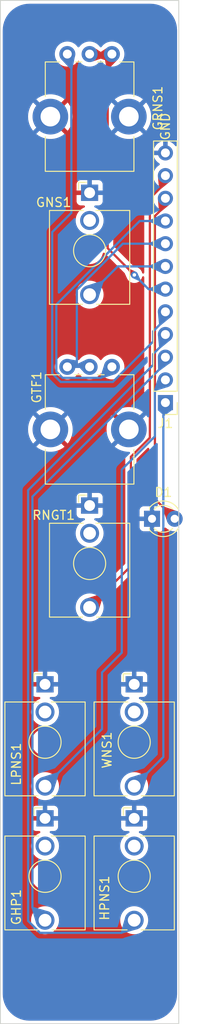
<source format=kicad_pcb>
(kicad_pcb (version 20221018) (generator pcbnew)
  (layers (0 "F.Cu" signal) (31 "B.Cu" signal) (34 "B.Paste" user) (35 "F.Paste" user) (36 "B.SilkS" user "B.Silkscreen") (37 "F.SilkS" user "F.Silkscreen") (38 "B.Mask" user) (39 "F.Mask" user) (44 "Edge.Cuts" user))
  (net 0 "")
  (net 1 "GND")
  (net 2 "WNS")
  (net 3 "LPNS")
  (net 4 "GHP")
  (net 5 "HPNS")
  (net 6 "GRNS1")
  (net 7 "GRNS2")
  (net 8 "GNS")
  (net 9 "GTF2")
  (net 10 "GTF1")
  (net 11 "LEDA")
  (net 12 "RNGT")
  (footprint "Library:Jack_3.5mm_QingPu_WQP-PJ398SM_Vertical_CircularHoles" (layer "F.Cu") (at 15 105)
    (fp_text reference "HPNS1" (at -3.316 2.442 -90) (layer "F.SilkS"))
    (fp_text value "AudioJack2")
    (fp_line (start -4.5 -4.5) (end -4.5 6) (stroke (width 0.12)) (layer "F.SilkS"))
    (fp_line (start -1.23 -7.65) (end -1.23 -6.85) (stroke (width 0.12)) (layer "F.SilkS"))
    (fp_line (start -1.23 -7.65) (end -0.37 -7.65) (stroke (width 0.12)) (layer "F.SilkS"))
    (fp_line (start -0.8 6) (end -4.5 6) (stroke (width 0.12)) (layer "F.SilkS"))
    (fp_line (start -0.72 -4.5) (end -4.5 -4.5) (stroke (width 0.12)) (layer "F.SilkS"))
    (fp_line (start 4.5 -4.5) (end 0.72 -4.5) (stroke (width 0.12)) (layer "F.SilkS"))
    (fp_line (start 4.5 -4.5) (end 4.5 6) (stroke (width 0.12)) (layer "F.SilkS"))
    (fp_line (start 4.5 6) (end 0.8 6) (stroke (width 0.12)) (layer "F.SilkS"))
    (fp_circle (center 0 0) (end 1.8 0) (stroke (width 0.12)) (fill none) (layer "F.SilkS"))
    (pad "S" thru_hole rect (at 0 -6.48 180) (size 1.93 1.83) (drill 1.22) (layers "*.Cu" "*.Mask") (net 1 "GND"))
    (pad "T" thru_hole circle (at 0 4.92 180) (size 2.13 2.13) (drill 1.43) (layers "*.Cu" "*.Mask") (net 5 "HPNS"))
    (pad "TN" thru_hole circle (at 0 -3.38 180) (size 2.13 2.13) (drill 1.42) (layers "*.Cu" "*.Mask"))
    (zone (net 0) (net_name "") (layer "F.Cu") (connect_pads (clearance 0)) (min_thickness 0.254)
      (keepout (tracks not_allowed) (vias not_allowed) (pads not_allowed) (copperpour not_allowed) (footprints not_allowed))
      (fill (thermal_gap 0.508) (thermal_bridge_width 0.508))
      (polygon (pts (xy 16.505141 105) (xy 16.48493 104.754171) (xy 16.424841 104.514945) (xy 16.326486 104.288744) (xy 16.192508 104.081645) (xy 16.026504 103.89921) (xy 15.832932 103.746336) (xy 15.616992 103.627131) (xy 15.384482 103.544794) (xy 15.141646 103.501539) (xy 14.895007 103.498525) (xy 14.651187 103.535835) (xy 14.416734 103.612466) (xy 14.197946 103.72636) (xy 14.000697 103.874458) (xy 13.830286 104.052784) (xy 13.691288 104.256548) (xy 13.587436 104.480278) (xy 13.521519 104.717965) (xy 13.495308 104.963226) (xy 13.509507 105.209475) (xy 13.563734 105.450099) (xy 13.656532 105.678634) (xy 13.785411 105.888945) (xy 13.946908 106.075382) (xy 14.136687 106.232939) (xy 14.34965 106.357385) (xy 14.580079 106.445377) (xy 14.821785 106.494553) (xy 15.068278 106.503592) (xy 15.312936 106.47225) (xy 15.549191 106.40137) (xy 15.770697 106.292856) (xy 15.971505 106.149621) (xy 16.146223 105.975512) (xy 16.290158 105.775205) (xy 16.399445 105.554079) (xy 16.471149 105.318074) (xy 16.503344 105.073526)))
    )
  )
  (footprint "Library:Jack_3.5mm_QingPu_WQP-PJ398SM_Vertical_CircularHoles" (layer "F.Cu") (at 10 70)
    (fp_text reference "RNGT1" (at -4.03 -5.4 180) (layer "F.SilkS"))
    (fp_text value "AudioJack2")
    (fp_line (start -4.5 -4.5) (end -4.5 6) (stroke (width 0.12)) (layer "F.SilkS"))
    (fp_line (start -1.23 -7.65) (end -1.23 -6.85) (stroke (width 0.12)) (layer "F.SilkS"))
    (fp_line (start -1.23 -7.65) (end -0.37 -7.65) (stroke (width 0.12)) (layer "F.SilkS"))
    (fp_line (start -0.8 6) (end -4.5 6) (stroke (width 0.12)) (layer "F.SilkS"))
    (fp_line (start -0.72 -4.5) (end -4.5 -4.5) (stroke (width 0.12)) (layer "F.SilkS"))
    (fp_line (start 4.5 -4.5) (end 0.72 -4.5) (stroke (width 0.12)) (layer "F.SilkS"))
    (fp_line (start 4.5 -4.5) (end 4.5 6) (stroke (width 0.12)) (layer "F.SilkS"))
    (fp_line (start 4.5 6) (end 0.8 6) (stroke (width 0.12)) (layer "F.SilkS"))
    (fp_circle (center 0 0) (end 1.8 0) (stroke (width 0.12)) (fill none) (layer "F.SilkS"))
    (pad "S" thru_hole rect (at 0 -6.48 180) (size 1.93 1.83) (drill 1.22) (layers "*.Cu" "*.Mask") (net 1 "GND"))
    (pad "T" thru_hole circle (at 0 4.92 180) (size 2.13 2.13) (drill 1.43) (layers "*.Cu" "*.Mask") (net 12 "RNGT"))
    (pad "TN" thru_hole circle (at 0 -3.38 180) (size 2.13 2.13) (drill 1.42) (layers "*.Cu" "*.Mask"))
    (zone (net 0) (net_name "") (layer "F.Cu") (connect_pads (clearance 0)) (min_thickness 0.254)
      (keepout (tracks not_allowed) (vias not_allowed) (pads not_allowed) (copperpour not_allowed) (footprints not_allowed))
      (fill (thermal_gap 0.508) (thermal_bridge_width 0.508))
      (polygon (pts (xy 11.505141 70) (xy 11.48493 69.754171) (xy 11.424841 69.514945) (xy 11.326486 69.288744) (xy 11.192508 69.081645) (xy 11.026504 68.89921) (xy 10.832932 68.746336) (xy 10.616992 68.627131) (xy 10.384482 68.544794) (xy 10.141646 68.501539) (xy 9.895007 68.498525) (xy 9.651187 68.535835) (xy 9.416734 68.612466) (xy 9.197946 68.72636) (xy 9.000697 68.874458) (xy 8.830286 69.052784) (xy 8.691288 69.256548) (xy 8.587436 69.480278) (xy 8.521519 69.717965) (xy 8.495308 69.963226) (xy 8.509507 70.209475) (xy 8.563734 70.450099) (xy 8.656532 70.678634) (xy 8.785411 70.888945) (xy 8.946908 71.075382) (xy 9.136687 71.232939) (xy 9.34965 71.357385) (xy 9.580079 71.445377) (xy 9.821785 71.494553) (xy 10.068278 71.503592) (xy 10.312936 71.47225) (xy 10.549191 71.40137) (xy 10.770697 71.292856) (xy 10.971505 71.149621) (xy 11.146223 70.975512) (xy 11.290158 70.775205) (xy 11.399445 70.554079) (xy 11.471149 70.318074) (xy 11.503344 70.073526)))
    )
  )
  (footprint "Library:Potentiometer_Bourns_PTV09A-1_Single_Vertical" (layer "F.Cu") (at 10 55)
    (fp_text reference "GTF1" (at -5.936 -4.708 -90) (layer "F.SilkS"))
    (fp_text value "R_Potentiometer_MountingPin")
    (fp_line (start -4.97 -6.12) (end -4.97 -2.255) (stroke (width 0.12)) (layer "F.SilkS"))
    (fp_line (start -4.97 2.255) (end -4.97 6.12) (stroke (width 0.12)) (layer "F.SilkS"))
    (fp_line (start -3.37 -6.12) (end -4.97 -6.12) (stroke (width 0.12)) (layer "F.SilkS"))
    (fp_line (start -0.871 -6.12) (end -1.63 -6.12) (stroke (width 0.12)) (layer "F.SilkS"))
    (fp_line (start 1.629 -6.12) (end 0.87 -6.12) (stroke (width 0.12)) (layer "F.SilkS"))
    (fp_line (start 4.97 -6.12) (end 3.371 -6.12) (stroke (width 0.12)) (layer "F.SilkS"))
    (fp_line (start 4.97 -6.12) (end 4.97 -2.255) (stroke (width 0.12)) (layer "F.SilkS"))
    (fp_line (start 4.97 2.255) (end 4.97 6.12) (stroke (width 0.12)) (layer "F.SilkS"))
    (fp_line (start 4.97 6.12) (end -4.97 6.12) (stroke (width 0.12)) (layer "F.SilkS"))
    (pad "1" thru_hole circle (at -2.5 -7 270) (size 1.8 1.8) (drill 1) (layers "*.Cu" "*.Mask") (net 9 "GTF2"))
    (pad "2" thru_hole circle (at 0 -7 270) (size 1.8 1.8) (drill 1) (layers "*.Cu" "*.Mask") (net 9 "GTF2"))
    (pad "3" thru_hole circle (at 2.5 -7 270) (size 1.8 1.8) (drill 1) (layers "*.Cu" "*.Mask") (net 10 "GTF1"))
    (pad "MP" thru_hole circle (at -4.4 0 270) (size 4 4) (drill 2.2) (layers "*.Cu" "*.Mask") (net 1 "GND"))
    (pad "MP" thru_hole circle (at 4.4 0 270) (size 4 4) (drill 2.2) (layers "*.Cu" "*.Mask") (net 1 "GND"))
  )
  (footprint "Library:Jack_3.5mm_QingPu_WQP-PJ398SM_Vertical_CircularHoles" (layer "F.Cu") (at 10 35)
    (fp_text reference "GNS1" (at -4.03 -5.4 180) (layer "F.SilkS"))
    (fp_text value "AudioJack2")
    (fp_line (start -4.5 -4.5) (end -4.5 6) (stroke (width 0.12)) (layer "F.SilkS"))
    (fp_line (start -1.23 -7.65) (end -1.23 -6.85) (stroke (width 0.12)) (layer "F.SilkS"))
    (fp_line (start -1.23 -7.65) (end -0.37 -7.65) (stroke (width 0.12)) (layer "F.SilkS"))
    (fp_line (start -0.8 6) (end -4.5 6) (stroke (width 0.12)) (layer "F.SilkS"))
    (fp_line (start -0.72 -4.5) (end -4.5 -4.5) (stroke (width 0.12)) (layer "F.SilkS"))
    (fp_line (start 4.5 -4.5) (end 0.72 -4.5) (stroke (width 0.12)) (layer "F.SilkS"))
    (fp_line (start 4.5 -4.5) (end 4.5 6) (stroke (width 0.12)) (layer "F.SilkS"))
    (fp_line (start 4.5 6) (end 0.8 6) (stroke (width 0.12)) (layer "F.SilkS"))
    (fp_circle (center 0 0) (end 1.8 0) (stroke (width 0.12)) (fill none) (layer "F.SilkS"))
    (pad "S" thru_hole rect (at 0 -6.48 180) (size 1.93 1.83) (drill 1.22) (layers "*.Cu" "*.Mask") (net 1 "GND"))
    (pad "T" thru_hole circle (at 0 4.92 180) (size 2.13 2.13) (drill 1.43) (layers "*.Cu" "*.Mask") (net 8 "GNS"))
    (pad "TN" thru_hole circle (at 0 -3.38 180) (size 2.13 2.13) (drill 1.42) (layers "*.Cu" "*.Mask"))
    (zone (net 0) (net_name "") (layer "F.Cu") (connect_pads (clearance 0)) (min_thickness 0.254)
      (keepout (tracks not_allowed) (vias not_allowed) (pads not_allowed) (copperpour not_allowed) (footprints not_allowed))
      (fill (thermal_gap 0.508) (thermal_bridge_width 0.508))
      (polygon (pts (xy 11.505141 35) (xy 11.48493 34.754171) (xy 11.424841 34.514945) (xy 11.326486 34.288744) (xy 11.192508 34.081645) (xy 11.026504 33.89921) (xy 10.832932 33.746336) (xy 10.616992 33.627131) (xy 10.384482 33.544794) (xy 10.141646 33.501539) (xy 9.895007 33.498525) (xy 9.651187 33.535835) (xy 9.416734 33.612466) (xy 9.197946 33.72636) (xy 9.000697 33.874458) (xy 8.830286 34.052784) (xy 8.691288 34.256548) (xy 8.587436 34.480278) (xy 8.521519 34.717965) (xy 8.495308 34.963226) (xy 8.509507 35.209475) (xy 8.563734 35.450099) (xy 8.656532 35.678634) (xy 8.785411 35.888945) (xy 8.946908 36.075382) (xy 9.136687 36.232939) (xy 9.34965 36.357385) (xy 9.580079 36.445377) (xy 9.821785 36.494553) (xy 10.068278 36.503592) (xy 10.312936 36.47225) (xy 10.549191 36.40137) (xy 10.770697 36.292856) (xy 10.971505 36.149621) (xy 11.146223 35.975512) (xy 11.290158 35.775205) (xy 11.399445 35.554079) (xy 11.471149 35.318074) (xy 11.503344 35.073526)))
    )
  )
  (footprint "Library:Jack_3.5mm_QingPu_WQP-PJ398SM_Vertical_CircularHoles" (layer "F.Cu") (at 15 90)
    (fp_text reference "WNS1" (at -3.048 0.886 -90) (layer "F.SilkS"))
    (fp_text value "AudioJack2")
    (fp_line (start -4.5 -4.5) (end -4.5 6) (stroke (width 0.12)) (layer "F.SilkS"))
    (fp_line (start -1.23 -7.65) (end -1.23 -6.85) (stroke (width 0.12)) (layer "F.SilkS"))
    (fp_line (start -1.23 -7.65) (end -0.37 -7.65) (stroke (width 0.12)) (layer "F.SilkS"))
    (fp_line (start -0.8 6) (end -4.5 6) (stroke (width 0.12)) (layer "F.SilkS"))
    (fp_line (start -0.72 -4.5) (end -4.5 -4.5) (stroke (width 0.12)) (layer "F.SilkS"))
    (fp_line (start 4.5 -4.5) (end 0.72 -4.5) (stroke (width 0.12)) (layer "F.SilkS"))
    (fp_line (start 4.5 -4.5) (end 4.5 6) (stroke (width 0.12)) (layer "F.SilkS"))
    (fp_line (start 4.5 6) (end 0.8 6) (stroke (width 0.12)) (layer "F.SilkS"))
    (fp_circle (center 0 0) (end 1.8 0) (stroke (width 0.12)) (fill none) (layer "F.SilkS"))
    (pad "S" thru_hole rect (at 0 -6.48 180) (size 1.93 1.83) (drill 1.22) (layers "*.Cu" "*.Mask") (net 1 "GND"))
    (pad "T" thru_hole circle (at 0 4.92 180) (size 2.13 2.13) (drill 1.43) (layers "*.Cu" "*.Mask") (net 2 "WNS"))
    (pad "TN" thru_hole circle (at 0 -3.38 180) (size 2.13 2.13) (drill 1.42) (layers "*.Cu" "*.Mask"))
    (zone (net 0) (net_name "") (layer "F.Cu") (connect_pads (clearance 0)) (min_thickness 0.254)
      (keepout (tracks not_allowed) (vias not_allowed) (pads not_allowed) (copperpour not_allowed) (footprints not_allowed))
      (fill (thermal_gap 0.508) (thermal_bridge_width 0.508))
      (polygon (pts (xy 16.505141 90) (xy 16.48493 89.754171) (xy 16.424841 89.514945) (xy 16.326486 89.288744) (xy 16.192508 89.081645) (xy 16.026504 88.89921) (xy 15.832932 88.746336) (xy 15.616992 88.627131) (xy 15.384482 88.544794) (xy 15.141646 88.501539) (xy 14.895007 88.498525) (xy 14.651187 88.535835) (xy 14.416734 88.612466) (xy 14.197946 88.72636) (xy 14.000697 88.874458) (xy 13.830286 89.052784) (xy 13.691288 89.256548) (xy 13.587436 89.480278) (xy 13.521519 89.717965) (xy 13.495308 89.963226) (xy 13.509507 90.209475) (xy 13.563734 90.450099) (xy 13.656532 90.678634) (xy 13.785411 90.888945) (xy 13.946908 91.075382) (xy 14.136687 91.232939) (xy 14.34965 91.357385) (xy 14.580079 91.445377) (xy 14.821785 91.494553) (xy 15.068278 91.503592) (xy 15.312936 91.47225) (xy 15.549191 91.40137) (xy 15.770697 91.292856) (xy 15.971505 91.149621) (xy 16.146223 90.975512) (xy 16.290158 90.775205) (xy 16.399445 90.554079) (xy 16.471149 90.318074) (xy 16.503344 90.073526)))
    )
  )
  (footprint "Library:Jack_3.5mm_QingPu_WQP-PJ398SM_Vertical_CircularHoles" (layer "F.Cu") (at 5 90)
    (fp_text reference "LPNS1" (at -3.222 2.456 -90) (layer "F.SilkS"))
    (fp_text value "AudioJack2")
    (fp_line (start -4.5 -4.5) (end -4.5 6) (stroke (width 0.12)) (layer "F.SilkS"))
    (fp_line (start -1.23 -7.65) (end -1.23 -6.85) (stroke (width 0.12)) (layer "F.SilkS"))
    (fp_line (start -1.23 -7.65) (end -0.37 -7.65) (stroke (width 0.12)) (layer "F.SilkS"))
    (fp_line (start -0.8 6) (end -4.5 6) (stroke (width 0.12)) (layer "F.SilkS"))
    (fp_line (start -0.72 -4.5) (end -4.5 -4.5) (stroke (width 0.12)) (layer "F.SilkS"))
    (fp_line (start 4.5 -4.5) (end 0.72 -4.5) (stroke (width 0.12)) (layer "F.SilkS"))
    (fp_line (start 4.5 -4.5) (end 4.5 6) (stroke (width 0.12)) (layer "F.SilkS"))
    (fp_line (start 4.5 6) (end 0.8 6) (stroke (width 0.12)) (layer "F.SilkS"))
    (fp_circle (center 0 0) (end 1.8 0) (stroke (width 0.12)) (fill none) (layer "F.SilkS"))
    (pad "S" thru_hole rect (at 0 -6.48 180) (size 1.93 1.83) (drill 1.22) (layers "*.Cu" "*.Mask") (net 1 "GND"))
    (pad "T" thru_hole circle (at 0 4.92 180) (size 2.13 2.13) (drill 1.43) (layers "*.Cu" "*.Mask") (net 3 "LPNS"))
    (pad "TN" thru_hole circle (at 0 -3.38 180) (size 2.13 2.13) (drill 1.42) (layers "*.Cu" "*.Mask"))
    (zone (net 0) (net_name "") (layer "F.Cu") (connect_pads (clearance 0)) (min_thickness 0.254)
      (keepout (tracks not_allowed) (vias not_allowed) (pads not_allowed) (copperpour not_allowed) (footprints not_allowed))
      (fill (thermal_gap 0.508) (thermal_bridge_width 0.508))
      (polygon (pts (xy 6.505141 90) (xy 6.48493 89.754171) (xy 6.424841 89.514945) (xy 6.326486 89.288744) (xy 6.192508 89.081645) (xy 6.026504 88.89921) (xy 5.832932 88.746336) (xy 5.616992 88.627131) (xy 5.384482 88.544794) (xy 5.141646 88.501539) (xy 4.895007 88.498525) (xy 4.651187 88.535835) (xy 4.416734 88.612466) (xy 4.197946 88.72636) (xy 4.000697 88.874458) (xy 3.830286 89.052784) (xy 3.691288 89.256548) (xy 3.587436 89.480278) (xy 3.521519 89.717965) (xy 3.495308 89.963226) (xy 3.509507 90.209475) (xy 3.563734 90.450099) (xy 3.656532 90.678634) (xy 3.785411 90.888945) (xy 3.946908 91.075382) (xy 4.136687 91.232939) (xy 4.34965 91.357385) (xy 4.580079 91.445377) (xy 4.821785 91.494553) (xy 5.068278 91.503592) (xy 5.312936 91.47225) (xy 5.549191 91.40137) (xy 5.770697 91.292856) (xy 5.971505 91.149621) (xy 6.146223 90.975512) (xy 6.290158 90.775205) (xy 6.399445 90.554079) (xy 6.471149 90.318074) (xy 6.503344 90.073526)))
    )
  )
  (footprint "Library:Jack_3.5mm_QingPu_WQP-PJ398SM_Vertical_CircularHoles" (layer "F.Cu") (at 5 105)
    (fp_text reference "GHP1" (at -3.222 3.458 -90) (layer "F.SilkS"))
    (fp_text value "AudioJack2")
    (fp_line (start -4.5 -4.5) (end -4.5 6) (stroke (width 0.12)) (layer "F.SilkS"))
    (fp_line (start -1.23 -7.65) (end -1.23 -6.85) (stroke (width 0.12)) (layer "F.SilkS"))
    (fp_line (start -1.23 -7.65) (end -0.37 -7.65) (stroke (width 0.12)) (layer "F.SilkS"))
    (fp_line (start -0.8 6) (end -4.5 6) (stroke (width 0.12)) (layer "F.SilkS"))
    (fp_line (start -0.72 -4.5) (end -4.5 -4.5) (stroke (width 0.12)) (layer "F.SilkS"))
    (fp_line (start 4.5 -4.5) (end 0.72 -4.5) (stroke (width 0.12)) (layer "F.SilkS"))
    (fp_line (start 4.5 -4.5) (end 4.5 6) (stroke (width 0.12)) (layer "F.SilkS"))
    (fp_line (start 4.5 6) (end 0.8 6) (stroke (width 0.12)) (layer "F.SilkS"))
    (fp_circle (center 0 0) (end 1.8 0) (stroke (width 0.12)) (fill none) (layer "F.SilkS"))
    (pad "S" thru_hole rect (at 0 -6.48 180) (size 1.93 1.83) (drill 1.22) (layers "*.Cu" "*.Mask") (net 1 "GND"))
    (pad "T" thru_hole circle (at 0 4.92 180) (size 2.13 2.13) (drill 1.43) (layers "*.Cu" "*.Mask") (net 4 "GHP"))
    (pad "TN" thru_hole circle (at 0 -3.38 180) (size 2.13 2.13) (drill 1.42) (layers "*.Cu" "*.Mask"))
    (zone (net 0) (net_name "") (layer "F.Cu") (connect_pads (clearance 0)) (min_thickness 0.254)
      (keepout (tracks not_allowed) (vias not_allowed) (pads not_allowed) (copperpour not_allowed) (footprints not_allowed))
      (fill (thermal_gap 0.508) (thermal_bridge_width 0.508))
      (polygon (pts (xy 6.505141 105) (xy 6.48493 104.754171) (xy 6.424841 104.514945) (xy 6.326486 104.288744) (xy 6.192508 104.081645) (xy 6.026504 103.89921) (xy 5.832932 103.746336) (xy 5.616992 103.627131) (xy 5.384482 103.544794) (xy 5.141646 103.501539) (xy 4.895007 103.498525) (xy 4.651187 103.535835) (xy 4.416734 103.612466) (xy 4.197946 103.72636) (xy 4.000697 103.874458) (xy 3.830286 104.052784) (xy 3.691288 104.256548) (xy 3.587436 104.480278) (xy 3.521519 104.717965) (xy 3.495308 104.963226) (xy 3.509507 105.209475) (xy 3.563734 105.450099) (xy 3.656532 105.678634) (xy 3.785411 105.888945) (xy 3.946908 106.075382) (xy 4.136687 106.232939) (xy 4.34965 106.357385) (xy 4.580079 106.445377) (xy 4.821785 106.494553) (xy 5.068278 106.503592) (xy 5.312936 106.47225) (xy 5.549191 106.40137) (xy 5.770697 106.292856) (xy 5.971505 106.149621) (xy 6.146223 105.975512) (xy 6.290158 105.775205) (xy 6.399445 105.554079) (xy 6.471149 105.318074) (xy 6.503344 105.073526)))
    )
  )
  (footprint "Library:Potentiometer_Bourns_PTV09A-1_Single_Vertical" (layer "F.Cu") (at 10 20)
    (fp_text reference "GRNS1" (at 7.65 -0.95 -90) (layer "F.SilkS"))
    (fp_text value "R_Potentiometer_MountingPin")
    (fp_line (start -4.97 -6.12) (end -4.97 -2.255) (stroke (width 0.12)) (layer "F.SilkS"))
    (fp_line (start -4.97 2.255) (end -4.97 6.12) (stroke (width 0.12)) (layer "F.SilkS"))
    (fp_line (start -3.37 -6.12) (end -4.97 -6.12) (stroke (width 0.12)) (layer "F.SilkS"))
    (fp_line (start -0.871 -6.12) (end -1.63 -6.12) (stroke (width 0.12)) (layer "F.SilkS"))
    (fp_line (start 1.629 -6.12) (end 0.87 -6.12) (stroke (width 0.12)) (layer "F.SilkS"))
    (fp_line (start 4.97 -6.12) (end 3.371 -6.12) (stroke (width 0.12)) (layer "F.SilkS"))
    (fp_line (start 4.97 -6.12) (end 4.97 -2.255) (stroke (width 0.12)) (layer "F.SilkS"))
    (fp_line (start 4.97 2.255) (end 4.97 6.12) (stroke (width 0.12)) (layer "F.SilkS"))
    (fp_line (start 4.97 6.12) (end -4.97 6.12) (stroke (width 0.12)) (layer "F.SilkS"))
    (pad "1" thru_hole circle (at -2.5 -7 270) (size 1.8 1.8) (drill 1) (layers "*.Cu" "*.Mask") (net 6 "GRNS1"))
    (pad "2" thru_hole circle (at 0 -7 270) (size 1.8 1.8) (drill 1) (layers "*.Cu" "*.Mask") (net 7 "GRNS2"))
    (pad "3" thru_hole circle (at 2.5 -7 270) (size 1.8 1.8) (drill 1) (layers "*.Cu" "*.Mask") (net 7 "GRNS2"))
    (pad "MP" thru_hole circle (at -4.4 0 270) (size 4 4) (drill 2.2) (layers "*.Cu" "*.Mask") (net 1 "GND"))
    (pad "MP" thru_hole circle (at 4.4 0 270) (size 4 4) (drill 2.2) (layers "*.Cu" "*.Mask") (net 1 "GND"))
  )
  (footprint "LED_THT:LED_D3.0mm" (layer "F.Cu") (at 17 65)
    (fp_text reference "D1" (at 1.27 -2.96) (layer "F.SilkS"))
    (fp_text value "LED")
    (fp_line (start -0.29 -1.236) (end -0.29 -1.08) (stroke (width 0.12)) (layer "F.SilkS"))
    (fp_line (start -0.29 1.08) (end -0.29 1.236) (stroke (width 0.12)) (layer "F.SilkS"))
    (fp_arc (start -0.29 -1.235516) (mid 1.366487 -1.987659) (end 2.942335 -1.078608) (stroke (width 0.12)) (layer "F.SilkS"))
    (fp_arc (start 0.229039 -1.08) (mid 1.270117 -1.5) (end 2.31113 -1.079837) (stroke (width 0.12)) (layer "F.SilkS"))
    (fp_arc (start 2.31113 1.079837) (mid 1.270117 1.5) (end 0.229039 1.08) (stroke (width 0.12)) (layer "F.SilkS"))
    (fp_arc (start 2.942335 1.078608) (mid 1.366487 1.987659) (end -0.29 1.235516) (stroke (width 0.12)) (layer "F.SilkS"))
    (pad "1" thru_hole rect (at 0 0) (size 1.8 1.8) (drill 0.9) (layers "*.Cu" "*.Mask") (net 1 "GND"))
    (pad "2" thru_hole circle (at 2.54 0) (size 1.8 1.8) (drill 0.9) (layers "*.Cu" "*.Mask") (net 11 "LEDA"))
  )
  (footprint "Connector_PinHeader_2.54mm:PinHeader_1x12_P2.54mm_Vertical" (layer "F.Cu") (at 18.5 52 180)
    (fp_text reference "J1" (at 0 -2.33) (layer "F.SilkS"))
    (fp_text value "Conn_01x12")
    (fp_line (start -1.33 -1.33) (end 0 -1.33) (stroke (width 0.12)) (layer "F.SilkS"))
    (fp_line (start -1.33 0) (end -1.33 -1.33) (stroke (width 0.12)) (layer "F.SilkS"))
    (fp_line (start -1.33 1.27) (end -1.33 29.27) (stroke (width 0.12)) (layer "F.SilkS"))
    (fp_line (start -1.33 1.27) (end 1.33 1.27) (stroke (width 0.12)) (layer "F.SilkS"))
    (fp_line (start -1.33 29.27) (end 1.33 29.27) (stroke (width 0.12)) (layer "F.SilkS"))
    (fp_line (start 1.33 1.27) (end 1.33 29.27) (stroke (width 0.12)) (layer "F.SilkS"))
    (pad "1" thru_hole rect (at 0 0 180) (size 1.7 1.7) (drill 1) (layers "*.Cu" "*.Mask") (net 2 "WNS"))
    (pad "2" thru_hole oval (at 0 2.54 180) (size 1.7 1.7) (drill 1) (layers "*.Cu" "*.Mask") (net 3 "LPNS"))
    (pad "3" thru_hole oval (at 0 5.08 180) (size 1.7 1.7) (drill 1) (layers "*.Cu" "*.Mask") (net 4 "GHP"))
    (pad "4" thru_hole oval (at 0 7.62 180) (size 1.7 1.7) (drill 1) (layers "*.Cu" "*.Mask") (net 5 "HPNS"))
    (pad "5" thru_hole oval (at 0 10.16 180) (size 1.7 1.7) (drill 1) (layers "*.Cu" "*.Mask") (net 6 "GRNS1"))
    (pad "6" thru_hole oval (at 0 12.7 180) (size 1.7 1.7) (drill 1) (layers "*.Cu" "*.Mask") (net 7 "GRNS2"))
    (pad "7" thru_hole oval (at 0 15.24 180) (size 1.7 1.7) (drill 1) (layers "*.Cu" "*.Mask") (net 8 "GNS"))
    (pad "8" thru_hole oval (at 0 17.78 180) (size 1.7 1.7) (drill 1) (layers "*.Cu" "*.Mask") (net 9 "GTF2"))
    (pad "9" thru_hole oval (at 0 20.32 180) (size 1.7 1.7) (drill 1) (layers "*.Cu" "*.Mask") (net 10 "GTF1"))
    (pad "10" thru_hole oval (at 0 22.86 180) (size 1.7 1.7) (drill 1) (layers "*.Cu" "*.Mask") (net 11 "LEDA"))
    (pad "11" thru_hole oval (at 0 25.4 180) (size 1.7 1.7) (drill 1) (layers "*.Cu" "*.Mask") (net 12 "RNGT"))
    (pad "12" thru_hole oval (at 0 27.94 180) (size 1.7 1.7) (drill 1) (layers "*.Cu" "*.Mask") (net 1 "GND"))
  )
  (gr_rect (start 0 7) (end 20 121.5) (stroke (width 0.1)) (fill none) (layer "Edge.Cuts"))
  (gr_text "GND" (at 18.5 22.73 90) (layer "F.SilkS") (effects (font (size 1 1)) (justify left)))
  (segment (start 18.2699 53.407) (end 18.5 53.1769) (width 0.25) (layer "B.Cu") (net 2))
  (segment (start 18.2699 91.6501) (end 18.2699 53.407) (width 0.25) (layer "B.Cu") (net 2))
  (segment (start 15 94.92) (end 18.2699 91.6501) (width 0.25) (layer "B.Cu") (net 2))
  (segment (start 18.5 52) (end 18.5 53.1769) (width 0.25) (layer "B.Cu") (net 2))
  (segment (start 11.3904 82.196) (end 11.3904 88.5296) (width 0.25) (layer "B.Cu") (net 3))
  (segment (start 11.3904 88.5296) (end 5 94.92) (width 0.25) (layer "B.Cu") (net 3))
  (segment (start 13.6096 79.9768) (end 11.3904 82.196) (width 0.25) (layer "B.Cu") (net 3))
  (segment (start 18.5 49.46) (end 17.3231 50.6369) (width 0.25) (layer "B.Cu") (net 3))
  (segment (start 13.6096 59.4904) (end 13.6096 79.9768) (width 0.25) (layer "B.Cu") (net 3))
  (segment (start 17.3231 55.7769) (end 13.6096 59.4904) (width 0.25) (layer "B.Cu") (net 3))
  (segment (start 17.3231 50.6369) (end 17.3231 55.7769) (width 0.25) (layer "B.Cu") (net 3))
  (segment (start 3.5871 108.5071) (end 5 109.92) (width 0.25) (layer "B.Cu") (net 4))
  (segment (start 18.5 46.92) (end 18.5 47.6092) (width 0.25) (layer "B.Cu") (net 4))
  (segment (start 18.5 47.6092) (end 3.5871 62.5221) (width 0.25) (layer "B.Cu") (net 4))
  (segment (start 3.5871 62.5221) (end 3.5871 108.5071) (width 0.25) (layer "B.Cu") (net 4))
  (segment (start 13.5895 111.3305) (end 15 109.92) (width 0.25) (layer "B.Cu") (net 5))
  (segment (start 18.5 45.1911) (end 17.1354 46.5557) (width 0.25) (layer "B.Cu") (net 5))
  (segment (start 4.4388 111.3305) (end 13.5895 111.3305) (width 0.25) (layer "B.Cu") (net 5))
  (segment (start 18.5 44.38) (end 18.5 45.1911) (width 0.25) (layer "B.Cu") (net 5))
  (segment (start 3.1039 109.9956) (end 4.4388 111.3305) (width 0.25) (layer "B.Cu") (net 5))
  (segment (start 17.1354 47.7704) (end 3.1039 61.8019) (width 0.25) (layer "B.Cu") (net 5))
  (segment (start 17.1354 46.5557) (end 17.1354 47.7704) (width 0.25) (layer "B.Cu") (net 5))
  (segment (start 3.1039 61.8019) (end 3.1039 109.9956) (width 0.25) (layer "B.Cu") (net 5))
  (segment (start 7.9536 13.4536) (end 7.5 13) (width 0.25) (layer "B.Cu") (net 6))
  (segment (start 7.9536 30.771) (end 7.9536 13.4536) (width 0.25) (layer "B.Cu") (net 6))
  (segment (start 17.1354 44.0157) (end 17.1354 45.1589) (width 0.25) (layer "B.Cu") (net 6))
  (segment (start 12.6009 49.6934) (end 6.7563 49.6934) (width 0.25) (layer "B.Cu") (net 6))
  (segment (start 5.8023 32.9223) (end 7.9536 30.771) (width 0.25) (layer "B.Cu") (net 6))
  (segment (start 18.5 42.6511) (end 17.1354 44.0157) (width 0.25) (layer "B.Cu") (net 6))
  (segment (start 6.7563 49.6934) (end 5.8023 48.7394) (width 0.25) (layer "B.Cu") (net 6))
  (segment (start 17.1354 45.1589) (end 12.6009 49.6934) (width 0.25) (layer "B.Cu") (net 6))
  (segment (start 18.5 41.84) (end 18.5 42.6511) (width 0.25) (layer "B.Cu") (net 6))
  (segment (start 5.8023 48.7394) (end 5.8023 32.9223) (width 0.25) (layer "B.Cu") (net 6))
  (segment (start 12.5 13) (end 12.2866 13.2134) (width 0.25) (layer "F.Cu") (net 7))
  (segment (start 12.0274 13.2134) (end 12.0274 34.7229) (width 0.25) (layer "F.Cu") (net 7))
  (segment (start 12.0274 13.2134) (end 10.2134 13.2134) (width 0.25) (layer "F.Cu") (net 7))
  (segment (start 10.2134 13.2134) (end 10 13) (width 0.25) (layer "F.Cu") (net 7))
  (segment (start 12.0274 34.7229) (end 15.0174 37.7129) (width 0.25) (layer "F.Cu") (net 7))
  (segment (start 12.2866 13.2134) (end 12.0274 13.2134) (width 0.25) (layer "F.Cu") (net 7))
  (via (at 15.0174 37.7129) (size 0.8) (drill 0.4) (layers "F.Cu" "B.Cu") (net 7))
  (segment (start 16.6045 39.3) (end 18.5 39.3) (width 0.25) (layer "B.Cu") (net 7))
  (segment (start 15.0174 37.7129) (end 16.6045 39.3) (width 0.25) (layer "B.Cu") (net 7))
  (segment (start 13.16 36.76) (end 17.3231 36.76) (width 0.25) (layer "B.Cu") (net 8))
  (segment (start 18.5 36.76) (end 17.3231 36.76) (width 0.25) (layer "B.Cu") (net 8))
  (segment (start 10 39.92) (end 13.16 36.76) (width 0.25) (layer "B.Cu") (net 8))
  (segment (start 13.7248 34.22) (end 18.5 34.22) (width 0.25) (layer "B.Cu") (net 9))
  (segment (start 8.5684 48) (end 8.5684 39.3764) (width 0.25) (layer "B.Cu") (net 9))
  (segment (start 8.5684 48) (end 7.5 48) (width 0.25) (layer "B.Cu") (net 9))
  (segment (start 8.5684 39.3764) (end 13.7248 34.22) (width 0.25) (layer "B.Cu") (net 9))
  (segment (start 10 48) (end 8.5684 48) (width 0.25) (layer "B.Cu") (net 9))
  (segment (start 6.2671 48.5285) (end 6.9679 49.2293) (width 0.25) (layer "B.Cu") (net 10))
  (segment (start 11.2707 49.2293) (end 12.5 48) (width 0.25) (layer "B.Cu") (net 10))
  (segment (start 6.2671 41.0297) (end 6.2671 48.5285) (width 0.25) (layer "B.Cu") (net 10))
  (segment (start 15.6168 31.68) (end 6.2671 41.0297) (width 0.25) (layer "B.Cu") (net 10))
  (segment (start 6.9679 49.2293) (end 11.2707 49.2293) (width 0.25) (layer "B.Cu") (net 10))
  (segment (start 18.5 31.68) (end 15.6168 31.68) (width 0.25) (layer "B.Cu") (net 10))
  (segment (start 17.3231 62.7831) (end 19.54 65) (width 0.25) (layer "F.Cu") (net 11))
  (segment (start 18.5 29.949) (end 17.3231 31.1259) (width 0.25) (layer "F.Cu") (net 11))
  (segment (start 18.5 29.14) (end 18.5 29.949) (width 0.25) (layer "F.Cu") (net 11))
  (segment (start 17.3231 31.1259) (end 17.3231 62.7831) (width 0.25) (layer "F.Cu") (net 11))
  (segment (start 16.7567 29.1544) (end 16.7567 55.9341) (width 0.25) (layer "F.Cu") (net 12))
  (segment (start 14.631 58.0598) (end 14.631 70.289) (width 0.25) (layer "F.Cu") (net 12))
  (segment (start 18.5 26.6) (end 18.5 27.4111) (width 0.25) (layer "F.Cu") (net 12))
  (segment (start 18.5 27.4111) (end 16.7567 29.1544) (width 0.25) (layer "F.Cu") (net 12))
  (segment (start 14.631 70.289) (end 10 74.92) (width 0.25) (layer "F.Cu") (net 12))
  (segment (start 16.7567 55.9341) (end 14.631 58.0598) (width 0.25) (layer "F.Cu") (net 12))
  (zone (net 1) (net_name "GND") (layers "F&B.Cu") (connect_pads (clearance 0.5)) (min_thickness 0.25) (fill yes (thermal_gap 0.5) (thermal_bridge_width 0.5) (smoothing fillet) (radius 3))
    (polygon (pts (xy 0.254 7.366) (xy 19.812 7.366) (xy 19.812 121.158) (xy 0.254 121.158)))
  )
)
</source>
